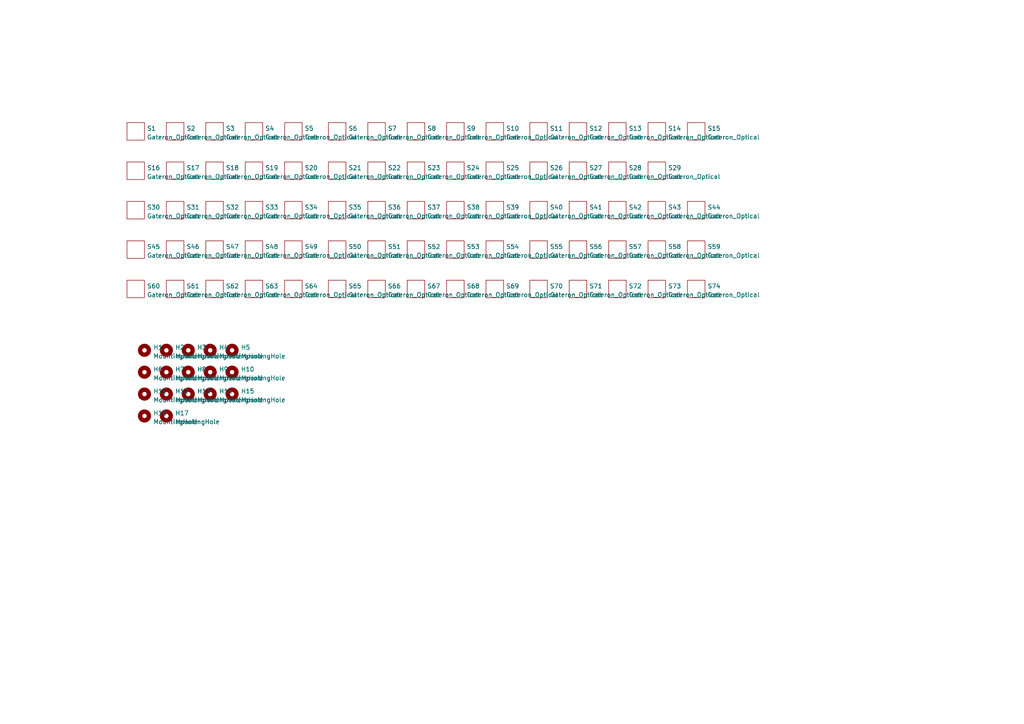
<source format=kicad_sch>
(kicad_sch (version 20211123) (generator eeschema)
  (paper "A4")
  (lib_symbols
    (symbol "Mechanical:MountingHole" (pin_names (offset 1.016))
      (property "Reference" "H" (at 0 5.08 0))
      (property "Value" "MountingHole" (at 0 3.175 0))
      (symbol "MountingHole_0_1"
        (circle (center 0 0) (radius 1.27) (stroke (width 1.27)))
      )
    )
    (symbol "MySymbols:Gateron_Optical"
      (property "Reference" "S" (at 0 3.81 0))
      (property "Value" "Gateron_Optical" (at 0 -3.81 0))
      (symbol "Gateron_Optical_0_1"
        (rectangle (start -2.54 2.54) (end 2.54 -2.54) (stroke (width 0.1524)))
      )
    )
  )
  (symbol (lib_id "MySymbols:Gateron_Optical") (at 109.22 60.96 0) (unit 1)
    (property "Reference" "S36" (at 112.4712 60.1253 0) (effects (justify left)))
    (property "Value" "Gateron_Optical" (at 112.4712 62.6622 0) (effects (justify left)))
    (property "Footprint" "MyFootprints:Switch_Cutout" (effects hide))
  )
  (symbol (lib_id "MySymbols:Gateron_Optical") (at 109.22 72.39 0) (unit 1)
    (property "Reference" "S51" (at 112.4712 71.5553 0) (effects (justify left)))
    (property "Value" "Gateron_Optical" (at 112.4712 74.0922 0) (effects (justify left)))
    (property "Footprint" "MyFootprints:Switch_Cutout" (effects hide))
  )
  (symbol (lib_id "MySymbols:Gateron_Optical") (at 85.09 38.1 0) (unit 1)
    (property "Reference" "S5" (at 88.3412 37.2653 0) (effects (justify left)))
    (property "Value" "Gateron_Optical" (at 88.3412 39.8022 0) (effects (justify left)))
    (property "Footprint" "MyFootprints:Switch_Cutout" (effects hide))
  )
  (symbol (lib_id "MySymbols:Gateron_Optical") (at 39.37 38.1 0) (unit 1)
    (property "Reference" "S1" (at 42.6212 37.2653 0) (effects (justify left)))
    (property "Value" "Gateron_Optical" (at 42.6212 39.8022 0) (effects (justify left)))
    (property "Footprint" "MyFootprints:Switch_Cutout" (effects hide))
  )
  (symbol (lib_id "MySymbols:Gateron_Optical") (at 179.07 49.53 0) (unit 1)
    (property "Reference" "S28" (at 182.3212 48.6953 0) (effects (justify left)))
    (property "Value" "Gateron_Optical" (at 182.3212 51.2322 0) (effects (justify left)))
    (property "Footprint" "MyFootprints:Switch_Cutout" (effects hide))
  )
  (symbol (lib_id "MySymbols:Gateron_Optical") (at 109.22 83.82 0) (unit 1)
    (property "Reference" "S66" (at 112.4712 82.9853 0) (effects (justify left)))
    (property "Value" "Gateron_Optical" (at 112.4712 85.5222 0) (effects (justify left)))
    (property "Footprint" "MyFootprints:Switch_Cutout" (effects hide))
  )
  (symbol (lib_id "MySymbols:Gateron_Optical") (at 143.51 60.96 0) (unit 1)
    (property "Reference" "S39" (at 146.7612 60.1253 0) (effects (justify left)))
    (property "Value" "Gateron_Optical" (at 146.7612 62.6622 0) (effects (justify left)))
    (property "Footprint" "MyFootprints:Switch_Cutout" (effects hide))
  )
  (symbol (lib_id "MySymbols:Gateron_Optical") (at 97.79 38.1 0) (unit 1)
    (property "Reference" "S6" (at 101.0412 37.2653 0) (effects (justify left)))
    (property "Value" "Gateron_Optical" (at 101.0412 39.8022 0) (effects (justify left)))
    (property "Footprint" "MyFootprints:Switch_Cutout" (effects hide))
  )
  (symbol (lib_id "MySymbols:Gateron_Optical") (at 50.8 38.1 0) (unit 1)
    (property "Reference" "S2" (at 54.0512 37.2653 0) (effects (justify left)))
    (property "Value" "Gateron_Optical" (at 54.0512 39.8022 0) (effects (justify left)))
    (property "Footprint" "MyFootprints:Switch_Cutout" (effects hide))
  )
  (symbol (lib_id "Mechanical:MountingHole") (at 41.91 114.3 0) (unit 1)
    (property "Reference" "H11" (at 44.45 113.4653 0) (effects (justify left)))
    (property "Value" "MountingHole" (at 44.45 116.0022 0) (effects (justify left)))
    (property "Footprint" "MyFootprints:MountingHole_2.2mm_M2_ISO7380_Pad" (effects hide))
  )
  (symbol (lib_id "MySymbols:Gateron_Optical") (at 190.5 72.39 0) (unit 1)
    (property "Reference" "S58" (at 193.7512 71.5553 0) (effects (justify left)))
    (property "Value" "Gateron_Optical" (at 193.7512 74.0922 0) (effects (justify left)))
    (property "Footprint" "MyFootprints:Switch_Cutout" (effects hide))
  )
  (symbol (lib_id "MySymbols:Gateron_Optical") (at 85.09 72.39 0) (unit 1)
    (property "Reference" "S49" (at 88.3412 71.5553 0) (effects (justify left)))
    (property "Value" "Gateron_Optical" (at 88.3412 74.0922 0) (effects (justify left)))
    (property "Footprint" "MyFootprints:Switch_Cutout" (effects hide))
  )
  (symbol (lib_id "MySymbols:Gateron_Optical") (at 132.08 83.82 0) (unit 1)
    (property "Reference" "S68" (at 135.3312 82.9853 0) (effects (justify left)))
    (property "Value" "Gateron_Optical" (at 135.3312 85.5222 0) (effects (justify left)))
    (property "Footprint" "MyFootprints:Switch_Cutout" (effects hide))
  )
  (symbol (lib_id "MySymbols:Gateron_Optical") (at 143.51 49.53 0) (unit 1)
    (property "Reference" "S25" (at 146.7612 48.6953 0) (effects (justify left)))
    (property "Value" "Gateron_Optical" (at 146.7612 51.2322 0) (effects (justify left)))
    (property "Footprint" "MyFootprints:Switch_Cutout" (effects hide))
  )
  (symbol (lib_id "MySymbols:Gateron_Optical") (at 143.51 38.1 0) (unit 1)
    (property "Reference" "S10" (at 146.7612 37.2653 0) (effects (justify left)))
    (property "Value" "Gateron_Optical" (at 146.7612 39.8022 0) (effects (justify left)))
    (property "Footprint" "MyFootprints:Switch_Cutout" (effects hide))
  )
  (symbol (lib_id "MySymbols:Gateron_Optical") (at 167.64 83.82 0) (unit 1)
    (property "Reference" "S71" (at 170.8912 82.9853 0) (effects (justify left)))
    (property "Value" "Gateron_Optical" (at 170.8912 85.5222 0) (effects (justify left)))
    (property "Footprint" "MyFootprints:Switch_Cutout" (effects hide))
  )
  (symbol (lib_id "MySymbols:Gateron_Optical") (at 50.8 60.96 0) (unit 1)
    (property "Reference" "S31" (at 54.0512 60.1253 0) (effects (justify left)))
    (property "Value" "Gateron_Optical" (at 54.0512 62.6622 0) (effects (justify left)))
    (property "Footprint" "MyFootprints:Switch_Cutout" (effects hide))
  )
  (symbol (lib_id "MySymbols:Gateron_Optical") (at 109.22 38.1 0) (unit 1)
    (property "Reference" "S7" (at 112.4712 37.2653 0) (effects (justify left)))
    (property "Value" "Gateron_Optical" (at 112.4712 39.8022 0) (effects (justify left)))
    (property "Footprint" "MyFootprints:Switch_Cutout" (effects hide))
  )
  (symbol (lib_id "MySymbols:Gateron_Optical") (at 97.79 49.53 0) (unit 1)
    (property "Reference" "S21" (at 101.0412 48.6953 0) (effects (justify left)))
    (property "Value" "Gateron_Optical" (at 101.0412 51.2322 0) (effects (justify left)))
    (property "Footprint" "MyFootprints:Switch_Cutout" (effects hide))
  )
  (symbol (lib_id "MySymbols:Gateron_Optical") (at 73.66 38.1 0) (unit 1)
    (property "Reference" "S4" (at 76.9112 37.2653 0) (effects (justify left)))
    (property "Value" "Gateron_Optical" (at 76.9112 39.8022 0) (effects (justify left)))
    (property "Footprint" "MyFootprints:Switch_Cutout" (effects hide))
  )
  (symbol (lib_id "Mechanical:MountingHole") (at 48.26 107.95 0) (unit 1)
    (property "Reference" "H7" (at 50.8 107.1153 0) (effects (justify left)))
    (property "Value" "MountingHole" (at 50.8 109.6522 0) (effects (justify left)))
    (property "Footprint" "MyFootprints:MountingHole_2.2mm_M2_ISO7380_Pad" (effects hide))
  )
  (symbol (lib_id "Mechanical:MountingHole") (at 54.61 101.6 0) (unit 1)
    (property "Reference" "H3" (at 57.15 100.7653 0) (effects (justify left)))
    (property "Value" "MountingHole" (at 57.15 103.3022 0) (effects (justify left)))
    (property "Footprint" "MyFootprints:MountingHole_2.2mm_M2_ISO7380_Pad" (effects hide))
  )
  (symbol (lib_id "MySymbols:Gateron_Optical") (at 179.07 83.82 0) (unit 1)
    (property "Reference" "S72" (at 182.3212 82.9853 0) (effects (justify left)))
    (property "Value" "Gateron_Optical" (at 182.3212 85.5222 0) (effects (justify left)))
    (property "Footprint" "MyFootprints:Switch_Cutout" (effects hide))
  )
  (symbol (lib_id "MySymbols:Gateron_Optical") (at 62.23 60.96 0) (unit 1)
    (property "Reference" "S32" (at 65.4812 60.1253 0) (effects (justify left)))
    (property "Value" "Gateron_Optical" (at 65.4812 62.6622 0) (effects (justify left)))
    (property "Footprint" "MyFootprints:Switch_Cutout" (effects hide))
  )
  (symbol (lib_id "Mechanical:MountingHole") (at 41.91 107.95 0) (unit 1)
    (property "Reference" "H6" (at 44.45 107.1153 0) (effects (justify left)))
    (property "Value" "MountingHole" (at 44.45 109.6522 0) (effects (justify left)))
    (property "Footprint" "MyFootprints:MountingHole_2.2mm_M2_ISO7380_Pad" (effects hide))
  )
  (symbol (lib_id "MySymbols:Gateron_Optical") (at 201.93 60.96 0) (unit 1)
    (property "Reference" "S44" (at 205.1812 60.1253 0) (effects (justify left)))
    (property "Value" "Gateron_Optical" (at 205.1812 62.6622 0) (effects (justify left)))
    (property "Footprint" "MyFootprints:Switch_Cutout" (effects hide))
  )
  (symbol (lib_id "Mechanical:MountingHole") (at 60.96 114.3 0) (unit 1)
    (property "Reference" "H14" (at 63.5 113.4653 0) (effects (justify left)))
    (property "Value" "MountingHole" (at 63.5 116.0022 0) (effects (justify left)))
    (property "Footprint" "MyFootprints:MountingHole_2.2mm_M2_ISO7380_Pad" (effects hide))
  )
  (symbol (lib_id "MySymbols:Gateron_Optical") (at 179.07 60.96 0) (unit 1)
    (property "Reference" "S42" (at 182.3212 60.1253 0) (effects (justify left)))
    (property "Value" "Gateron_Optical" (at 182.3212 62.6622 0) (effects (justify left)))
    (property "Footprint" "MyFootprints:Switch_Cutout" (effects hide))
  )
  (symbol (lib_id "Mechanical:MountingHole") (at 48.26 120.65 0) (unit 1)
    (property "Reference" "H17" (at 50.8 119.8153 0) (effects (justify left)))
    (property "Value" "MountingHole" (at 50.8 122.3522 0) (effects (justify left)))
    (property "Footprint" "MyFootprints:MountingHole_2.2mm_M2_ISO7380_Pad" (effects hide))
  )
  (symbol (lib_id "Mechanical:MountingHole") (at 54.61 107.95 0) (unit 1)
    (property "Reference" "H8" (at 57.15 107.1153 0) (effects (justify left)))
    (property "Value" "MountingHole" (at 57.15 109.6522 0) (effects (justify left)))
    (property "Footprint" "MyFootprints:MountingHole_2.2mm_M2_ISO7380_Pad" (effects hide))
  )
  (symbol (lib_id "MySymbols:Gateron_Optical") (at 156.21 83.82 0) (unit 1)
    (property "Reference" "S70" (at 159.4612 82.9853 0) (effects (justify left)))
    (property "Value" "Gateron_Optical" (at 159.4612 85.5222 0) (effects (justify left)))
    (property "Footprint" "MyFootprints:Switch_Cutout" (effects hide))
  )
  (symbol (lib_id "Mechanical:MountingHole") (at 48.26 114.3 0) (unit 1)
    (property "Reference" "H12" (at 50.8 113.4653 0) (effects (justify left)))
    (property "Value" "MountingHole" (at 50.8 116.0022 0) (effects (justify left)))
    (property "Footprint" "MyFootprints:MountingHole_2.2mm_M2_ISO7380_Pad" (effects hide))
  )
  (symbol (lib_id "MySymbols:Gateron_Optical") (at 39.37 72.39 0) (unit 1)
    (property "Reference" "S45" (at 42.6212 71.5553 0) (effects (justify left)))
    (property "Value" "Gateron_Optical" (at 42.6212 74.0922 0) (effects (justify left)))
    (property "Footprint" "MyFootprints:Switch_Cutout" (effects hide))
  )
  (symbol (lib_id "MySymbols:Gateron_Optical") (at 85.09 83.82 0) (unit 1)
    (property "Reference" "S64" (at 88.3412 82.9853 0) (effects (justify left)))
    (property "Value" "Gateron_Optical" (at 88.3412 85.5222 0) (effects (justify left)))
    (property "Footprint" "MyFootprints:Switch_Cutout" (effects hide))
  )
  (symbol (lib_id "MySymbols:Gateron_Optical") (at 167.64 72.39 0) (unit 1)
    (property "Reference" "S56" (at 170.8912 71.5553 0) (effects (justify left)))
    (property "Value" "Gateron_Optical" (at 170.8912 74.0922 0) (effects (justify left)))
    (property "Footprint" "MyFootprints:Switch_Cutout" (effects hide))
  )
  (symbol (lib_id "MySymbols:Gateron_Optical") (at 201.93 72.39 0) (unit 1)
    (property "Reference" "S59" (at 205.1812 71.5553 0) (effects (justify left)))
    (property "Value" "Gateron_Optical" (at 205.1812 74.0922 0) (effects (justify left)))
    (property "Footprint" "MyFootprints:Switch_Cutout" (effects hide))
  )
  (symbol (lib_id "MySymbols:Gateron_Optical") (at 120.65 60.96 0) (unit 1)
    (property "Reference" "S37" (at 123.9012 60.1253 0) (effects (justify left)))
    (property "Value" "Gateron_Optical" (at 123.9012 62.6622 0) (effects (justify left)))
    (property "Footprint" "MyFootprints:Switch_Cutout" (effects hide))
  )
  (symbol (lib_id "Mechanical:MountingHole") (at 67.31 114.3 0) (unit 1)
    (property "Reference" "H15" (at 69.85 113.4653 0) (effects (justify left)))
    (property "Value" "MountingHole" (at 69.85 116.0022 0) (effects (justify left)))
    (property "Footprint" "MyFootprints:MountingHole_2.2mm_M2_ISO7380_Pad" (effects hide))
  )
  (symbol (lib_id "MySymbols:Gateron_Optical") (at 156.21 60.96 0) (unit 1)
    (property "Reference" "S40" (at 159.4612 60.1253 0) (effects (justify left)))
    (property "Value" "Gateron_Optical" (at 159.4612 62.6622 0) (effects (justify left)))
    (property "Footprint" "MyFootprints:Switch_Cutout" (effects hide))
  )
  (symbol (lib_id "MySymbols:Gateron_Optical") (at 132.08 49.53 0) (unit 1)
    (property "Reference" "S24" (at 135.3312 48.6953 0) (effects (justify left)))
    (property "Value" "Gateron_Optical" (at 135.3312 51.2322 0) (effects (justify left)))
    (property "Footprint" "MyFootprints:Switch_Cutout" (effects hide))
  )
  (symbol (lib_id "MySymbols:Gateron_Optical") (at 85.09 60.96 0) (unit 1)
    (property "Reference" "S34" (at 88.3412 60.1253 0) (effects (justify left)))
    (property "Value" "Gateron_Optical" (at 88.3412 62.6622 0) (effects (justify left)))
    (property "Footprint" "MyFootprints:Switch_Cutout" (effects hide))
  )
  (symbol (lib_id "MySymbols:Gateron_Optical") (at 156.21 38.1 0) (unit 1)
    (property "Reference" "S11" (at 159.4612 37.2653 0) (effects (justify left)))
    (property "Value" "Gateron_Optical" (at 159.4612 39.8022 0) (effects (justify left)))
    (property "Footprint" "MyFootprints:Switch_Cutout" (effects hide))
  )
  (symbol (lib_id "MySymbols:Gateron_Optical") (at 50.8 72.39 0) (unit 1)
    (property "Reference" "S46" (at 54.0512 71.5553 0) (effects (justify left)))
    (property "Value" "Gateron_Optical" (at 54.0512 74.0922 0) (effects (justify left)))
    (property "Footprint" "MyFootprints:Switch_Cutout" (effects hide))
  )
  (symbol (lib_id "MySymbols:Gateron_Optical") (at 167.64 38.1 0) (unit 1)
    (property "Reference" "S12" (at 170.8912 37.2653 0) (effects (justify left)))
    (property "Value" "Gateron_Optical" (at 170.8912 39.8022 0) (effects (justify left)))
    (property "Footprint" "MyFootprints:Switch_Cutout" (effects hide))
  )
  (symbol (lib_id "MySymbols:Gateron_Optical") (at 73.66 83.82 0) (unit 1)
    (property "Reference" "S63" (at 76.9112 82.9853 0) (effects (justify left)))
    (property "Value" "Gateron_Optical" (at 76.9112 85.5222 0) (effects (justify left)))
    (property "Footprint" "MyFootprints:Switch_Cutout" (effects hide))
  )
  (symbol (lib_id "Mechanical:MountingHole") (at 67.31 107.95 0) (unit 1)
    (property "Reference" "H10" (at 69.85 107.1153 0) (effects (justify left)))
    (property "Value" "MountingHole" (at 69.85 109.6522 0) (effects (justify left)))
    (property "Footprint" "MyFootprints:MountingHole_2.2mm_M2_ISO7380_Pad" (effects hide))
  )
  (symbol (lib_id "MySymbols:Gateron_Optical") (at 190.5 38.1 0) (unit 1)
    (property "Reference" "S14" (at 193.7512 37.2653 0) (effects (justify left)))
    (property "Value" "Gateron_Optical" (at 193.7512 39.8022 0) (effects (justify left)))
    (property "Footprint" "MyFootprints:Switch_Cutout" (effects hide))
  )
  (symbol (lib_id "MySymbols:Gateron_Optical") (at 190.5 60.96 0) (unit 1)
    (property "Reference" "S43" (at 193.7512 60.1253 0) (effects (justify left)))
    (property "Value" "Gateron_Optical" (at 193.7512 62.6622 0) (effects (justify left)))
    (property "Footprint" "MyFootprints:Switch_Cutout" (effects hide))
  )
  (symbol (lib_id "MySymbols:Gateron_Optical") (at 97.79 72.39 0) (unit 1)
    (property "Reference" "S50" (at 101.0412 71.5553 0) (effects (justify left)))
    (property "Value" "Gateron_Optical" (at 101.0412 74.0922 0) (effects (justify left)))
    (property "Footprint" "MyFootprints:Switch_Cutout" (effects hide))
  )
  (symbol (lib_id "MySymbols:Gateron_Optical") (at 39.37 49.53 0) (unit 1)
    (property "Reference" "S16" (at 42.6212 48.6953 0) (effects (justify left)))
    (property "Value" "Gateron_Optical" (at 42.6212 51.2322 0) (effects (justify left)))
    (property "Footprint" "MyFootprints:Switch_Cutout" (effects hide))
  )
  (symbol (lib_id "MySymbols:Gateron_Optical") (at 39.37 60.96 0) (unit 1)
    (property "Reference" "S30" (at 42.6212 60.1253 0) (effects (justify left)))
    (property "Value" "Gateron_Optical" (at 42.6212 62.6622 0) (effects (justify left)))
    (property "Footprint" "MyFootprints:Switch_Cutout" (effects hide))
  )
  (symbol (lib_id "MySymbols:Gateron_Optical") (at 201.93 38.1 0) (unit 1)
    (property "Reference" "S15" (at 205.1812 37.2653 0) (effects (justify left)))
    (property "Value" "Gateron_Optical" (at 205.1812 39.8022 0) (effects (justify left)))
    (property "Footprint" "MyFootprints:Switch_Cutout" (effects hide))
  )
  (symbol (lib_id "MySymbols:Gateron_Optical") (at 120.65 72.39 0) (unit 1)
    (property "Reference" "S52" (at 123.9012 71.5553 0) (effects (justify left)))
    (property "Value" "Gateron_Optical" (at 123.9012 74.0922 0) (effects (justify left)))
    (property "Footprint" "MyFootprints:Switch_Cutout" (effects hide))
  )
  (symbol (lib_id "MySymbols:Gateron_Optical") (at 62.23 49.53 0) (unit 1)
    (property "Reference" "S18" (at 65.4812 48.6953 0) (effects (justify left)))
    (property "Value" "Gateron_Optical" (at 65.4812 51.2322 0) (effects (justify left)))
    (property "Footprint" "MyFootprints:Switch_Cutout" (effects hide))
  )
  (symbol (lib_id "MySymbols:Gateron_Optical") (at 62.23 38.1 0) (unit 1)
    (property "Reference" "S3" (at 65.4812 37.2653 0) (effects (justify left)))
    (property "Value" "Gateron_Optical" (at 65.4812 39.8022 0) (effects (justify left)))
    (property "Footprint" "MyFootprints:Switch_Cutout" (effects hide))
  )
  (symbol (lib_id "MySymbols:Gateron_Optical") (at 73.66 72.39 0) (unit 1)
    (property "Reference" "S48" (at 76.9112 71.5553 0) (effects (justify left)))
    (property "Value" "Gateron_Optical" (at 76.9112 74.0922 0) (effects (justify left)))
    (property "Footprint" "MyFootprints:Switch_Cutout" (effects hide))
  )
  (symbol (lib_id "MySymbols:Gateron_Optical") (at 167.64 60.96 0) (unit 1)
    (property "Reference" "S41" (at 170.8912 60.1253 0) (effects (justify left)))
    (property "Value" "Gateron_Optical" (at 170.8912 62.6622 0) (effects (justify left)))
    (property "Footprint" "MyFootprints:Switch_Cutout" (effects hide))
  )
  (symbol (lib_id "MySymbols:Gateron_Optical") (at 120.65 49.53 0) (unit 1)
    (property "Reference" "S23" (at 123.9012 48.6953 0) (effects (justify left)))
    (property "Value" "Gateron_Optical" (at 123.9012 51.2322 0) (effects (justify left)))
    (property "Footprint" "MyFootprints:Switch_Cutout" (effects hide))
  )
  (symbol (lib_id "MySymbols:Gateron_Optical") (at 85.09 49.53 0) (unit 1)
    (property "Reference" "S20" (at 88.3412 48.6953 0) (effects (justify left)))
    (property "Value" "Gateron_Optical" (at 88.3412 51.2322 0) (effects (justify left)))
    (property "Footprint" "MyFootprints:Switch_Cutout" (effects hide))
  )
  (symbol (lib_id "MySymbols:Gateron_Optical") (at 120.65 38.1 0) (unit 1)
    (property "Reference" "S8" (at 123.9012 37.2653 0) (effects (justify left)))
    (property "Value" "Gateron_Optical" (at 123.9012 39.8022 0) (effects (justify left)))
    (property "Footprint" "MyFootprints:Switch_Cutout" (effects hide))
  )
  (symbol (lib_id "MySymbols:Gateron_Optical") (at 179.07 38.1 0) (unit 1)
    (property "Reference" "S13" (at 182.3212 37.2653 0) (effects (justify left)))
    (property "Value" "Gateron_Optical" (at 182.3212 39.8022 0) (effects (justify left)))
    (property "Footprint" "MyFootprints:Switch_Cutout" (effects hide))
  )
  (symbol (lib_id "MySymbols:Gateron_Optical") (at 190.5 83.82 0) (unit 1)
    (property "Reference" "S73" (at 193.7512 82.9853 0) (effects (justify left)))
    (property "Value" "Gateron_Optical" (at 193.7512 85.5222 0) (effects (justify left)))
    (property "Footprint" "MyFootprints:Switch_Cutout" (effects hide))
  )
  (symbol (lib_id "Mechanical:MountingHole") (at 60.96 101.6 0) (unit 1)
    (property "Reference" "H4" (at 63.5 100.7653 0) (effects (justify left)))
    (property "Value" "MountingHole" (at 63.5 103.3022 0) (effects (justify left)))
    (property "Footprint" "MyFootprints:MountingHole_2.2mm_M2_ISO7380_Pad" (effects hide))
  )
  (symbol (lib_id "Mechanical:MountingHole") (at 41.91 101.6 0) (unit 1)
    (property "Reference" "H1" (at 44.45 100.7653 0) (effects (justify left)))
    (property "Value" "MountingHole" (at 44.45 103.3022 0) (effects (justify left)))
    (property "Footprint" "MyFootprints:MountingHole_2.2mm_M2_ISO7380_Pad" (effects hide))
  )
  (symbol (lib_id "MySymbols:Gateron_Optical") (at 156.21 72.39 0) (unit 1)
    (property "Reference" "S55" (at 159.4612 71.5553 0) (effects (justify left)))
    (property "Value" "Gateron_Optical" (at 159.4612 74.0922 0) (effects (justify left)))
    (property "Footprint" "MyFootprints:Switch_Cutout" (effects hide))
  )
  (symbol (lib_id "MySymbols:Gateron_Optical") (at 109.22 49.53 0) (unit 1)
    (property "Reference" "S22" (at 112.4712 48.6953 0) (effects (justify left)))
    (property "Value" "Gateron_Optical" (at 112.4712 51.2322 0) (effects (justify left)))
    (property "Footprint" "MyFootprints:Switch_Cutout" (effects hide))
  )
  (symbol (lib_id "MySymbols:Gateron_Optical") (at 62.23 83.82 0) (unit 1)
    (property "Reference" "S62" (at 65.4812 82.9853 0) (effects (justify left)))
    (property "Value" "Gateron_Optical" (at 65.4812 85.5222 0) (effects (justify left)))
    (property "Footprint" "MyFootprints:Switch_Cutout" (effects hide))
  )
  (symbol (lib_id "MySymbols:Gateron_Optical") (at 120.65 83.82 0) (unit 1)
    (property "Reference" "S67" (at 123.9012 82.9853 0) (effects (justify left)))
    (property "Value" "Gateron_Optical" (at 123.9012 85.5222 0) (effects (justify left)))
    (property "Footprint" "MyFootprints:Switch_Cutout" (effects hide))
  )
  (symbol (lib_id "MySymbols:Gateron_Optical") (at 97.79 60.96 0) (unit 1)
    (property "Reference" "S35" (at 101.0412 60.1253 0) (effects (justify left)))
    (property "Value" "Gateron_Optical" (at 101.0412 62.6622 0) (effects (justify left)))
    (property "Footprint" "MyFootprints:Switch_Cutout" (effects hide))
  )
  (symbol (lib_id "Mechanical:MountingHole") (at 48.26 101.6 0) (unit 1)
    (property "Reference" "H2" (at 50.8 100.7653 0) (effects (justify left)))
    (property "Value" "MountingHole" (at 50.8 103.3022 0) (effects (justify left)))
    (property "Footprint" "MyFootprints:MountingHole_2.2mm_M2_ISO7380_Pad" (effects hide))
  )
  (symbol (lib_id "MySymbols:Gateron_Optical") (at 156.21 49.53 0) (unit 1)
    (property "Reference" "S26" (at 159.4612 48.6953 0) (effects (justify left)))
    (property "Value" "Gateron_Optical" (at 159.4612 51.2322 0) (effects (justify left)))
    (property "Footprint" "MyFootprints:Switch_Cutout" (effects hide))
  )
  (symbol (lib_id "MySymbols:Gateron_Optical") (at 73.66 49.53 0) (unit 1)
    (property "Reference" "S19" (at 76.9112 48.6953 0) (effects (justify left)))
    (property "Value" "Gateron_Optical" (at 76.9112 51.2322 0) (effects (justify left)))
    (property "Footprint" "MyFootprints:Switch_Cutout" (effects hide))
  )
  (symbol (lib_id "MySymbols:Gateron_Optical") (at 39.37 83.82 0) (unit 1)
    (property "Reference" "S60" (at 42.6212 82.9853 0) (effects (justify left)))
    (property "Value" "Gateron_Optical" (at 42.6212 85.5222 0) (effects (justify left)))
    (property "Footprint" "MyFootprints:Switch_Cutout" (effects hide))
  )
  (symbol (lib_id "MySymbols:Gateron_Optical") (at 62.23 72.39 0) (unit 1)
    (property "Reference" "S47" (at 65.4812 71.5553 0) (effects (justify left)))
    (property "Value" "Gateron_Optical" (at 65.4812 74.0922 0) (effects (justify left)))
    (property "Footprint" "MyFootprints:Switch_Cutout" (effects hide))
  )
  (symbol (lib_id "MySymbols:Gateron_Optical") (at 97.79 83.82 0) (unit 1)
    (property "Reference" "S65" (at 101.0412 82.9853 0) (effects (justify left)))
    (property "Value" "Gateron_Optical" (at 101.0412 85.5222 0) (effects (justify left)))
    (property "Footprint" "MyFootprints:Switch_Cutout" (effects hide))
  )
  (symbol (lib_id "MySymbols:Gateron_Optical") (at 201.93 83.82 0) (unit 1)
    (property "Reference" "S74" (at 205.1812 82.9853 0) (effects (justify left)))
    (property "Value" "Gateron_Optical" (at 205.1812 85.5222 0) (effects (justify left)))
    (property "Footprint" "MyFootprints:Switch_Cutout" (effects hide))
  )
  (symbol (lib_id "Mechanical:MountingHole") (at 41.91 120.65 0) (unit 1)
    (property "Reference" "H16" (at 44.45 119.8153 0) (effects (justify left)))
    (property "Value" "MountingHole" (at 44.45 122.3522 0) (effects (justify left)))
    (property "Footprint" "MyFootprints:MountingHole_2.2mm_M2_ISO7380_Pad" (effects hide))
  )
  (symbol (lib_id "MySymbols:Gateron_Optical") (at 132.08 72.39 0) (unit 1)
    (property "Reference" "S53" (at 135.3312 71.5553 0) (effects (justify left)))
    (property "Value" "Gateron_Optical" (at 135.3312 74.0922 0) (effects (justify left)))
    (property "Footprint" "MyFootprints:Switch_Cutout" (effects hide))
  )
  (symbol (lib_id "MySymbols:Gateron_Optical") (at 50.8 49.53 0) (unit 1)
    (property "Reference" "S17" (at 54.0512 48.6953 0) (effects (justify left)))
    (property "Value" "Gateron_Optical" (at 54.0512 51.2322 0) (effects (justify left)))
    (property "Footprint" "MyFootprints:Switch_Cutout" (effects hide))
  )
  (symbol (lib_id "Mechanical:MountingHole") (at 54.61 114.3 0) (unit 1)
    (property "Reference" "H13" (at 57.15 113.4653 0) (effects (justify left)))
    (property "Value" "MountingHole" (at 57.15 116.0022 0) (effects (justify left)))
    (property "Footprint" "MyFootprints:MountingHole_2.2mm_M2_ISO7380_Pad" (effects hide))
  )
  (symbol (lib_id "MySymbols:Gateron_Optical") (at 190.5 49.53 0) (unit 1)
    (property "Reference" "S29" (at 193.7512 48.6953 0) (effects (justify left)))
    (property "Value" "Gateron_Optical" (at 193.7512 51.2322 0) (effects (justify left)))
    (property "Footprint" "MyFootprints:Switch_Cutout" (effects hide))
  )
  (symbol (lib_id "MySymbols:Gateron_Optical") (at 143.51 72.39 0) (unit 1)
    (property "Reference" "S54" (at 146.7612 71.5553 0) (effects (justify left)))
    (property "Value" "Gateron_Optical" (at 146.7612 74.0922 0) (effects (justify left)))
    (property "Footprint" "MyFootprints:Switch_Cutout" (effects hide))
  )
  (symbol (lib_id "MySymbols:Gateron_Optical") (at 167.64 49.53 0) (unit 1)
    (property "Reference" "S27" (at 170.8912 48.6953 0) (effects (justify left)))
    (property "Value" "Gateron_Optical" (at 170.8912 51.2322 0) (effects (justify left)))
    (property "Footprint" "MyFootprints:Switch_Cutout" (effects hide))
  )
  (symbol (lib_id "MySymbols:Gateron_Optical") (at 132.08 38.1 0) (unit 1)
    (property "Reference" "S9" (at 135.3312 37.2653 0) (effects (justify left)))
    (property "Value" "Gateron_Optical" (at 135.3312 39.8022 0) (effects (justify left)))
    (property "Footprint" "MyFootprints:Switch_Cutout" (effects hide))
  )
  (symbol (lib_id "MySymbols:Gateron_Optical") (at 132.08 60.96 0) (unit 1)
    (property "Reference" "S38" (at 135.3312 60.1253 0) (effects (justify left)))
    (property "Value" "Gateron_Optical" (at 135.3312 62.6622 0) (effects (justify left)))
    (property "Footprint" "MyFootprints:Switch_Cutout" (effects hide))
  )
  (symbol (lib_id "Mechanical:MountingHole") (at 67.31 101.6 0) (unit 1)
    (property "Reference" "H5" (at 69.85 100.7653 0) (effects (justify left)))
    (property "Value" "MountingHole" (at 69.85 103.3022 0) (effects (justify left)))
    (property "Footprint" "MyFootprints:MountingHole_2.2mm_M2_ISO7380_Pad" (effects hide))
  )
  (symbol (lib_id "Mechanical:MountingHole") (at 60.96 107.95 0) (unit 1)
    (property "Reference" "H9" (at 63.5 107.1153 0) (effects (justify left)))
    (property "Value" "MountingHole" (at 63.5 109.6522 0) (effects (justify left)))
    (property "Footprint" "MyFootprints:MountingHole_2.2mm_M2_ISO7380_Pad" (effects hide))
  )
  (symbol (lib_id "MySymbols:Gateron_Optical") (at 73.66 60.96 0) (unit 1)
    (property "Reference" "S33" (at 76.9112 60.1253 0) (effects (justify left)))
    (property "Value" "Gateron_Optical" (at 76.9112 62.6622 0) (effects (justify left)))
    (property "Footprint" "MyFootprints:Switch_Cutout" (effects hide))
  )
  (symbol (lib_id "MySymbols:Gateron_Optical") (at 143.51 83.82 0) (unit 1)
    (property "Reference" "S69" (at 146.7612 82.9853 0) (effects (justify left)))
    (property "Value" "Gateron_Optical" (at 146.7612 85.5222 0) (effects (justify left)))
    (property "Footprint" "MyFootprints:Switch_Cutout" (effects hide))
  )
  (symbol (lib_id "MySymbols:Gateron_Optical") (at 50.8 83.82 0) (unit 1)
    (property "Reference" "S61" (at 54.0512 82.9853 0) (effects (justify left)))
    (property "Value" "Gateron_Optical" (at 54.0512 85.5222 0) (effects (justify left)))
    (property "Footprint" "MyFootprints:Switch_Cutout" (effects hide))
  )
  (symbol (lib_id "MySymbols:Gateron_Optical") (at 179.07 72.39 0) (unit 1)
    (property "Reference" "S57" (at 182.3212 71.5553 0) (effects (justify left)))
    (property "Value" "Gateron_Optical" (at 182.3212 74.0922 0) (effects (justify left)))
    (property "Footprint" "MyFootprints:Switch_Cutout" (effects hide))
  )
)
</source>
